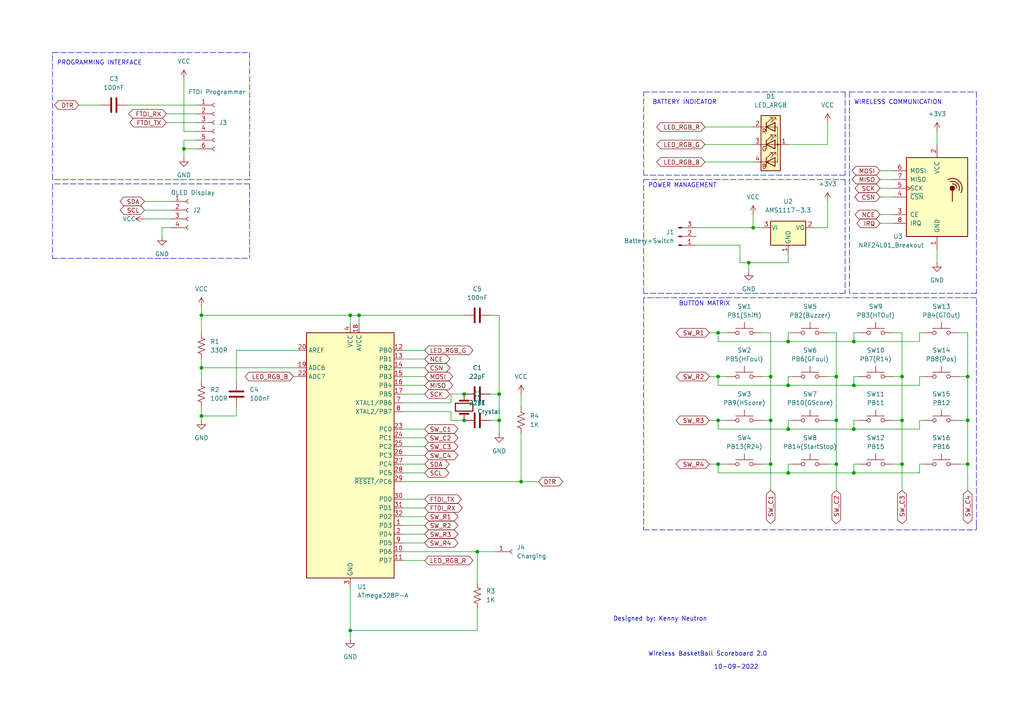
<source format=kicad_sch>
(kicad_sch (version 20211123) (generator eeschema)
  (paper "A4")
  (lib_symbols
    (symbol "Connector:Conn_01x01_Female" (pin_names (offset 1.016) hide)
      (property "Reference" "J" (at 0 2.54 0))
      (property "Value" "Conn_01x01_Female" (at 0 -2.54 0))
      (symbol "Conn_01x01_Female_1_1"
        (polyline (pts (xy -1.27 0) (xy -0.508 0)) (stroke (width 0.1524)))
        (arc (start 0 0.508) (mid -0.508 0) (end 0 -0.508) (stroke (width 0.1524)))
        (pin passive line (at -5.08 0 0) (length 3.81) (name "Pin_1") (number "1"))
      )
    )
    (symbol "Connector:Conn_01x03_Male" (pin_names (offset 1.016) hide)
      (property "Reference" "J" (at 0 5.08 0))
      (property "Value" "Conn_01x03_Male" (at 0 -5.08 0))
      (symbol "Conn_01x03_Male_1_1"
        (polyline (pts (xy 1.27 -2.54) (xy 0.8636 -2.54)) (stroke (width 0.1524)))
        (polyline (pts (xy 1.27 0) (xy 0.8636 0)) (stroke (width 0.1524)))
        (polyline (pts (xy 1.27 2.54) (xy 0.8636 2.54)) (stroke (width 0.1524)))
        (rectangle (start 0.8636 -2.413) (end 0 -2.667) (stroke (width 0.1524)) (fill (type outline)))
        (rectangle (start 0.8636 0.127) (end 0 -0.127) (stroke (width 0.1524)) (fill (type outline)))
        (rectangle (start 0.8636 2.667) (end 0 2.413) (stroke (width 0.1524)) (fill (type outline)))
        (pin passive line (at 5.08 2.54 180) (length 3.81) (name "Pin_1") (number "1"))
        (pin passive line (at 5.08 0 180) (length 3.81) (name "Pin_2") (number "2"))
        (pin passive line (at 5.08 -2.54 180) (length 3.81) (name "Pin_3") (number "3"))
      )
    )
    (symbol "Connector:Conn_01x04_Female" (pin_names (offset 1.016) hide)
      (property "Reference" "J" (at 0 5.08 0))
      (property "Value" "Conn_01x04_Female" (at 0 -7.62 0))
      (symbol "Conn_01x04_Female_1_1"
        (arc (start 0 -4.572) (mid -0.508 -5.08) (end 0 -5.588) (stroke (width 0.1524)))
        (arc (start 0 -2.032) (mid -0.508 -2.54) (end 0 -3.048) (stroke (width 0.1524)))
        (polyline (pts (xy -1.27 -5.08) (xy -0.508 -5.08)) (stroke (width 0.1524)))
        (polyline (pts (xy -1.27 -2.54) (xy -0.508 -2.54)) (stroke (width 0.1524)))
        (polyline (pts (xy -1.27 0) (xy -0.508 0)) (stroke (width 0.1524)))
        (polyline (pts (xy -1.27 2.54) (xy -0.508 2.54)) (stroke (width 0.1524)))
        (arc (start 0 0.508) (mid -0.508 0) (end 0 -0.508) (stroke (width 0.1524)))
        (arc (start 0 3.048) (mid -0.508 2.54) (end 0 2.032) (stroke (width 0.1524)))
        (pin passive line (at -5.08 2.54 0) (length 3.81) (name "Pin_1") (number "1"))
        (pin passive line (at -5.08 0 0) (length 3.81) (name "Pin_2") (number "2"))
        (pin passive line (at -5.08 -2.54 0) (length 3.81) (name "Pin_3") (number "3"))
        (pin passive line (at -5.08 -5.08 0) (length 3.81) (name "Pin_4") (number "4"))
      )
    )
    (symbol "Connector:Conn_01x06_Female" (pin_names (offset 1.016) hide)
      (property "Reference" "J" (at 0 7.62 0))
      (property "Value" "Conn_01x06_Female" (at 0 -10.16 0))
      (symbol "Conn_01x06_Female_1_1"
        (arc (start 0 -7.112) (mid -0.508 -7.62) (end 0 -8.128) (stroke (width 0.1524)))
        (arc (start 0 -4.572) (mid -0.508 -5.08) (end 0 -5.588) (stroke (width 0.1524)))
        (arc (start 0 -2.032) (mid -0.508 -2.54) (end 0 -3.048) (stroke (width 0.1524)))
        (polyline (pts (xy -1.27 -7.62) (xy -0.508 -7.62)) (stroke (width 0.1524)))
        (polyline (pts (xy -1.27 -5.08) (xy -0.508 -5.08)) (stroke (width 0.1524)))
        (polyline (pts (xy -1.27 -2.54) (xy -0.508 -2.54)) (stroke (width 0.1524)))
        (polyline (pts (xy -1.27 0) (xy -0.508 0)) (stroke (width 0.1524)))
        (polyline (pts (xy -1.27 2.54) (xy -0.508 2.54)) (stroke (width 0.1524)))
        (polyline (pts (xy -1.27 5.08) (xy -0.508 5.08)) (stroke (width 0.1524)))
        (arc (start 0 0.508) (mid -0.508 0) (end 0 -0.508) (stroke (width 0.1524)))
        (arc (start 0 3.048) (mid -0.508 2.54) (end 0 2.032) (stroke (width 0.1524)))
        (arc (start 0 5.588) (mid -0.508 5.08) (end 0 4.572) (stroke (width 0.1524)))
        (pin passive line (at -5.08 5.08 0) (length 3.81) (name "Pin_1") (number "1"))
        (pin passive line (at -5.08 2.54 0) (length 3.81) (name "Pin_2") (number "2"))
        (pin passive line (at -5.08 0 0) (length 3.81) (name "Pin_3") (number "3"))
        (pin passive line (at -5.08 -2.54 0) (length 3.81) (name "Pin_4") (number "4"))
        (pin passive line (at -5.08 -5.08 0) (length 3.81) (name "Pin_5") (number "5"))
        (pin passive line (at -5.08 -7.62 0) (length 3.81) (name "Pin_6") (number "6"))
      )
    )
    (symbol "Device:C" (pin_numbers hide) (pin_names (offset 0.254))
      (property "Reference" "C" (at 0.635 2.54 0))
      (property "Value" "C" (at 0.635 -2.54 0))
      (symbol "C_0_1"
        (polyline (pts (xy -2.032 -0.762) (xy 2.032 -0.762)) (stroke (width 0.508)))
        (polyline (pts (xy -2.032 0.762) (xy 2.032 0.762)) (stroke (width 0.508)))
      )
      (symbol "C_1_1"
        (pin passive line (at 0 3.81 270) (length 2.794) (name "~") (number "1"))
        (pin passive line (at 0 -3.81 90) (length 2.794) (name "~") (number "2"))
      )
    )
    (symbol "Device:Crystal" (pin_numbers hide) (pin_names (offset 1.016) hide)
      (property "Reference" "Y" (at 0 3.81 0))
      (property "Value" "Crystal" (at 0 -3.81 0))
      (symbol "Crystal_0_1"
        (rectangle (start -1.143 2.54) (end 1.143 -2.54) (stroke (width 0.3048)))
        (polyline (pts (xy -2.54 0) (xy -1.905 0)))
        (polyline (pts (xy -1.905 -1.27) (xy -1.905 1.27)) (stroke (width 0.508)))
        (polyline (pts (xy 1.905 -1.27) (xy 1.905 1.27)) (stroke (width 0.508)))
        (polyline (pts (xy 2.54 0) (xy 1.905 0)))
      )
      (symbol "Crystal_1_1"
        (pin passive line (at -3.81 0 0) (length 1.27) (name "1") (number "1"))
        (pin passive line (at 3.81 0 180) (length 1.27) (name "2") (number "2"))
      )
    )
    (symbol "Device:LED_ARGB" (pin_names (offset 0) hide)
      (property "Reference" "D" (at 0 9.398 0))
      (property "Value" "LED_ARGB" (at 0 -8.89 0))
      (symbol "LED_ARGB_0_0"
        (text "B" (at -1.905 -6.35 0) (effects (font (size 1.27 1.27))))
        (text "G" (at -1.905 -1.27 0) (effects (font (size 1.27 1.27))))
        (text "R" (at -1.905 3.81 0) (effects (font (size 1.27 1.27))))
      )
      (symbol "LED_ARGB_0_1"
        (polyline (pts (xy -1.27 -5.08) (xy -2.54 -5.08)))
        (polyline (pts (xy -1.27 -5.08) (xy 1.27 -5.08)))
        (polyline (pts (xy -1.27 -3.81) (xy -1.27 -6.35)) (stroke (width 0.254)))
        (polyline (pts (xy -1.27 0) (xy -2.54 0)))
        (polyline (pts (xy -1.27 1.27) (xy -1.27 -1.27)) (stroke (width 0.254)))
        (polyline (pts (xy -1.27 5.08) (xy -2.54 5.08)))
        (polyline (pts (xy -1.27 5.08) (xy 1.27 5.08)))
        (polyline (pts (xy -1.27 6.35) (xy -1.27 3.81)) (stroke (width 0.254)))
        (polyline (pts (xy 1.27 0) (xy -1.27 0)))
        (polyline (pts (xy 1.27 0) (xy 2.54 0)))
        (polyline (pts (xy -1.27 1.27) (xy -1.27 -1.27) (xy -1.27 -1.27)))
        (polyline (pts (xy -1.27 6.35) (xy -1.27 3.81) (xy -1.27 3.81)))
        (polyline (pts (xy 1.27 -5.08) (xy 2.032 -5.08) (xy 2.032 5.08) (xy 1.27 5.08)))
        (polyline (pts (xy 1.27 -3.81) (xy 1.27 -6.35) (xy -1.27 -5.08) (xy 1.27 -3.81)) (stroke (width 0.254)))
        (polyline (pts (xy 1.27 1.27) (xy 1.27 -1.27) (xy -1.27 0) (xy 1.27 1.27)) (stroke (width 0.254)))
        (polyline (pts (xy 1.27 6.35) (xy 1.27 3.81) (xy -1.27 5.08) (xy 1.27 6.35)) (stroke (width 0.254)))
        (polyline (pts (xy -1.016 -3.81) (xy 0.508 -2.286) (xy -0.254 -2.286) (xy 0.508 -2.286) (xy 0.508 -3.048)))
        (polyline (pts (xy -1.016 1.27) (xy 0.508 2.794) (xy -0.254 2.794) (xy 0.508 2.794) (xy 0.508 2.032)))
        (polyline (pts (xy -1.016 6.35) (xy 0.508 7.874) (xy -0.254 7.874) (xy 0.508 7.874) (xy 0.508 7.112)))
        (polyline (pts (xy 0 -3.81) (xy 1.524 -2.286) (xy 0.762 -2.286) (xy 1.524 -2.286) (xy 1.524 -3.048)))
        (polyline (pts (xy 0 1.27) (xy 1.524 2.794) (xy 0.762 2.794) (xy 1.524 2.794) (xy 1.524 2.032)))
        (polyline (pts (xy 0 6.35) (xy 1.524 7.874) (xy 0.762 7.874) (xy 1.524 7.874) (xy 1.524 7.112)))
        (rectangle (start 1.27 -1.27) (end 1.27 1.27))
        (rectangle (start 1.27 1.27) (end 1.27 1.27))
        (rectangle (start 1.27 3.81) (end 1.27 6.35))
        (rectangle (start 1.27 6.35) (end 1.27 6.35))
        (circle (center 2.032 0) (radius 0.254) (fill (type outline)))
        (rectangle (start 2.794 8.382) (end -2.794 -7.62) (stroke (width 0.254)) (fill (type background)))
      )
      (symbol "LED_ARGB_1_1"
        (pin passive line (at 5.08 0 180) (length 2.54) (name "A") (number "1"))
        (pin passive line (at -5.08 5.08 0) (length 2.54) (name "RK") (number "2"))
        (pin passive line (at -5.08 0 0) (length 2.54) (name "GK") (number "3"))
        (pin passive line (at -5.08 -5.08 0) (length 2.54) (name "BK") (number "4"))
      )
    )
    (symbol "Device:R_US" (pin_numbers hide) (pin_names (offset 0))
      (property "Reference" "R" (at 2.54 0 90))
      (property "Value" "R_US" (at -2.54 0 90))
      (symbol "R_US_0_1"
        (polyline (pts (xy 0 -2.286) (xy 0 -2.54)))
        (polyline (pts (xy 0 2.286) (xy 0 2.54)))
        (polyline (pts (xy 0 -0.762) (xy 1.016 -1.143) (xy 0 -1.524) (xy -1.016 -1.905) (xy 0 -2.286)))
        (polyline (pts (xy 0 0.762) (xy 1.016 0.381) (xy 0 0) (xy -1.016 -0.381) (xy 0 -0.762)))
        (polyline (pts (xy 0 2.286) (xy 1.016 1.905) (xy 0 1.524) (xy -1.016 1.143) (xy 0 0.762)))
      )
      (symbol "R_US_1_1"
        (pin passive line (at 0 3.81 270) (length 1.27) (name "~") (number "1"))
        (pin passive line (at 0 -3.81 90) (length 1.27) (name "~") (number "2"))
      )
    )
    (symbol "MCU_Microchip_ATmega:ATmega328P-A"
      (property "Reference" "U" (at -12.7 36.83 0))
      (property "Value" "ATmega328P-A" (at 2.54 -36.83 0))
      (symbol "ATmega328P-A_0_1"
        (rectangle (start -12.7 -35.56) (end 12.7 35.56) (stroke (width 0.254)) (fill (type background)))
      )
      (symbol "ATmega328P-A_1_1"
        (pin bidirectional line (at 15.24 -20.32 180) (length 2.54) (name "PD3") (number "1"))
        (pin bidirectional line (at 15.24 -27.94 180) (length 2.54) (name "PD6") (number "10"))
        (pin bidirectional line (at 15.24 -30.48 180) (length 2.54) (name "PD7") (number "11"))
        (pin bidirectional line (at 15.24 30.48 180) (length 2.54) (name "PB0") (number "12"))
        (pin bidirectional line (at 15.24 27.94 180) (length 2.54) (name "PB1") (number "13"))
        (pin bidirectional line (at 15.24 25.4 180) (length 2.54) (name "PB2") (number "14"))
        (pin bidirectional line (at 15.24 22.86 180) (length 2.54) (name "PB3") (number "15"))
        (pin bidirectional line (at 15.24 20.32 180) (length 2.54) (name "PB4") (number "16"))
        (pin bidirectional line (at 15.24 17.78 180) (length 2.54) (name "PB5") (number "17"))
        (pin power_in line (at 2.54 38.1 270) (length 2.54) (name "AVCC") (number "18"))
        (pin input line (at -15.24 25.4 0) (length 2.54) (name "ADC6") (number "19"))
        (pin bidirectional line (at 15.24 -22.86 180) (length 2.54) (name "PD4") (number "2"))
        (pin passive line (at -15.24 30.48 0) (length 2.54) (name "AREF") (number "20"))
        (pin passive line (at 0 -38.1 90) (length 2.54) hide (name "GND") (number "21"))
        (pin input line (at -15.24 22.86 0) (length 2.54) (name "ADC7") (number "22"))
        (pin bidirectional line (at 15.24 7.62 180) (length 2.54) (name "PC0") (number "23"))
        (pin bidirectional line (at 15.24 5.08 180) (length 2.54) (name "PC1") (number "24"))
        (pin bidirectional line (at 15.24 2.54 180) (length 2.54) (name "PC2") (number "25"))
        (pin bidirectional line (at 15.24 0 180) (length 2.54) (name "PC3") (number "26"))
        (pin bidirectional line (at 15.24 -2.54 180) (length 2.54) (name "PC4") (number "27"))
        (pin bidirectional line (at 15.24 -5.08 180) (length 2.54) (name "PC5") (number "28"))
        (pin bidirectional line (at 15.24 -7.62 180) (length 2.54) (name "~{RESET}/PC6") (number "29"))
        (pin power_in line (at 0 -38.1 90) (length 2.54) (name "GND") (number "3"))
        (pin bidirectional line (at 15.24 -12.7 180) (length 2.54) (name "PD0") (number "30"))
        (pin bidirectional line (at 15.24 -15.24 180) (length 2.54) (name "PD1") (number "31"))
        (pin bidirectional line (at 15.24 -17.78 180) (length 2.54) (name "PD2") (number "32"))
        (pin power_in line (at 0 38.1 270) (length 2.54) (name "VCC") (number "4"))
        (pin passive line (at 0 -38.1 90) (length 2.54) hide (name "GND") (number "5"))
        (pin passive line (at 0 38.1 270) (length 2.54) hide (name "VCC") (number "6"))
        (pin bidirectional line (at 15.24 15.24 180) (length 2.54) (name "XTAL1/PB6") (number "7"))
        (pin bidirectional line (at 15.24 12.7 180) (length 2.54) (name "XTAL2/PB7") (number "8"))
        (pin bidirectional line (at 15.24 -25.4 180) (length 2.54) (name "PD5") (number "9"))
      )
    )
    (symbol "RF:NRF24L01_Breakout" (pin_names (offset 1.016))
      (property "Reference" "U" (at -8.89 12.7 0))
      (property "Value" "NRF24L01_Breakout" (at 3.81 12.7 0))
      (symbol "NRF24L01_Breakout_0_1"
        (rectangle (start -8.89 11.43) (end 8.89 -11.43) (stroke (width 0.254)) (fill (type background)))
        (polyline (pts (xy 4.445 1.905) (xy 4.445 -1.27)) (stroke (width 0.254)))
        (circle (center 4.445 2.54) (radius 0.635) (stroke (width 0.254)) (fill (type outline)))
        (arc (start 5.715 2.54) (mid 5.3521 3.4546) (end 4.445 3.81) (stroke (width 0.254)))
        (arc (start 6.35 1.905) (mid 5.8763 3.9854) (end 3.81 4.445) (stroke (width 0.254)))
        (arc (start 6.985 1.27) (mid 6.453 4.548) (end 3.175 5.08) (stroke (width 0.254)))
      )
      (symbol "NRF24L01_Breakout_1_1"
        (pin power_in line (at 0 -15.24 90) (length 3.81) (name "GND") (number "1"))
        (pin power_in line (at 0 15.24 270) (length 3.81) (name "VCC") (number "2"))
        (pin input line (at -12.7 -5.08 0) (length 3.81) (name "CE") (number "3"))
        (pin input line (at -12.7 0 0) (length 3.81) (name "~{CSN}") (number "4"))
        (pin input clock (at -12.7 2.54 0) (length 3.81) (name "SCK") (number "5"))
        (pin input line (at -12.7 7.62 0) (length 3.81) (name "MOSI") (number "6"))
        (pin output line (at -12.7 5.08 0) (length 3.81) (name "MISO") (number "7"))
        (pin output line (at -12.7 -7.62 0) (length 3.81) (name "IRQ") (number "8"))
      )
    )
    (symbol "Regulator_Linear:AMS1117-3.3" (pin_names (offset 0.254))
      (property "Reference" "U" (at -3.81 3.175 0))
      (property "Value" "AMS1117-3.3" (at 0 3.175 0))
      (symbol "AMS1117-3.3_0_1"
        (rectangle (start -5.08 -5.08) (end 5.08 1.905) (stroke (width 0.254)) (fill (type background)))
      )
      (symbol "AMS1117-3.3_1_1"
        (pin power_in line (at 0 -7.62 90) (length 2.54) (name "GND") (number "1"))
        (pin power_out line (at 7.62 0 180) (length 2.54) (name "VO") (number "2"))
        (pin power_in line (at -7.62 0 0) (length 2.54) (name "VI") (number "3"))
      )
    )
    (symbol "Switch:SW_Push" (pin_numbers hide) (pin_names (offset 1.016) hide)
      (property "Reference" "SW" (at 1.27 2.54 0))
      (property "Value" "SW_Push" (at 0 -1.524 0))
      (symbol "SW_Push_0_1"
        (circle (center -2.032 0) (radius 0.508))
        (polyline (pts (xy 0 1.27) (xy 0 3.048)))
        (polyline (pts (xy 2.54 1.27) (xy -2.54 1.27)))
        (circle (center 2.032 0) (radius 0.508))
        (pin passive line (at -5.08 0 0) (length 2.54) (name "1") (number "1"))
        (pin passive line (at 5.08 0 180) (length 2.54) (name "2") (number "2"))
      )
    )
    (symbol "power:+3V3" (power) (pin_names (offset 0))
      (property "Value" "+3V3" (at 0 3.556 0))
      (symbol "+3V3_0_1"
        (polyline (pts (xy -0.762 1.27) (xy 0 2.54)))
        (polyline (pts (xy 0 0) (xy 0 2.54)))
        (polyline (pts (xy 0 2.54) (xy 0.762 1.27)))
      )
      (symbol "+3V3_1_1"
        (pin power_in line (at 0 0 90) (length 0) hide (name "+3V3") (number "1"))
      )
    )
    (symbol "power:GND" (power) (pin_names (offset 0))
      (property "Value" "GND" (at 0 -3.81 0))
      (symbol "GND_0_1"
        (polyline (pts (xy 0 0) (xy 0 -1.27) (xy 1.27 -1.27) (xy 0 -2.54) (xy -1.27 -1.27) (xy 0 -1.27)))
      )
      (symbol "GND_1_1"
        (pin power_in line (at 0 0 270) (length 0) hide (name "GND") (number "1"))
      )
    )
    (symbol "power:VCC" (power) (pin_names (offset 0))
      (property "Value" "VCC" (at 0 3.81 0))
      (symbol "VCC_0_1"
        (polyline (pts (xy -0.762 1.27) (xy 0 2.54)))
        (polyline (pts (xy 0 0) (xy 0 2.54)))
        (polyline (pts (xy 0 2.54) (xy 0.762 1.27)))
      )
      (symbol "VCC_1_1"
        (pin power_in line (at 0 0 90) (length 0) hide (name "VCC") (number "1"))
      )
    )
  )
  (junction (at 247.65 111.76))
  (junction (at 228.6 111.76))
  (junction (at 134.62 114.3))
  (junction (at 280.67 109.22))
  (junction (at 242.57 134.62))
  (junction (at 242.57 109.22))
  (junction (at 261.62 121.92))
  (junction (at 247.65 124.46))
  (junction (at 138.43 160.02))
  (junction (at 223.52 134.62))
  (junction (at 247.65 137.16))
  (junction (at 101.6 182.88))
  (junction (at 242.57 121.92))
  (junction (at 208.28 96.52))
  (junction (at 58.42 106.68))
  (junction (at 280.67 121.92))
  (junction (at 280.67 134.62))
  (junction (at 144.78 114.3))
  (junction (at 228.6 124.46))
  (junction (at 104.14 91.44))
  (junction (at 261.62 109.22))
  (junction (at 58.42 120.65))
  (junction (at 208.28 134.62))
  (junction (at 223.52 121.92))
  (junction (at 261.62 134.62))
  (junction (at 217.17 76.2))
  (junction (at 247.65 99.06))
  (junction (at 144.78 121.92))
  (junction (at 223.52 109.22))
  (junction (at 151.13 139.7))
  (junction (at 218.44 66.04))
  (junction (at 228.6 99.06))
  (junction (at 208.28 109.22))
  (junction (at 134.62 121.92))
  (junction (at 208.28 121.92))
  (junction (at 58.42 91.44))
  (junction (at 101.6 91.44))
  (junction (at 53.34 43.18))
  (junction (at 228.6 137.16))
  (wire (pts (xy 266.7 121.92) (xy 267.97 121.92)))
  (wire (pts (xy 248.92 96.52) (xy 247.65 96.52)))
  (wire (pts (xy 247.65 111.76) (xy 247.65 109.22)))
  (wire (pts (xy 266.7 124.46) (xy 266.7 121.92)))
  (wire (pts (xy 280.67 96.52) (xy 278.13 96.52)))
  (wire (pts (xy 208.28 109.22) (xy 210.82 109.22)))
  (wire (pts (xy 116.84 129.54) (xy 123.19 129.54)))
  (wire (pts (xy 259.08 109.22) (xy 261.62 109.22)))
  (wire (pts (xy 144.78 114.3) (xy 144.78 121.92)))
  (wire (pts (xy 116.84 111.76) (xy 123.19 111.76)))
  (wire (pts (xy 58.42 104.14) (xy 58.42 106.68)))
  (wire (pts (xy 57.15 38.1) (xy 53.34 38.1)))
  (wire (pts (xy 271.78 38.1) (xy 271.78 41.91)))
  (polyline (pts (xy 245.11 26.67) (xy 245.11 50.8)))
  (wire (pts (xy 36.83 30.48) (xy 57.15 30.48)))
  (polyline (pts (xy 15.24 15.24) (xy 72.39 15.24)))
  (wire (pts (xy 236.22 66.04) (xy 240.03 66.04)))
  (wire (pts (xy 204.47 41.91) (xy 218.44 41.91)))
  (wire (pts (xy 116.84 137.16) (xy 123.19 137.16)))
  (wire (pts (xy 278.13 109.22) (xy 280.67 109.22)))
  (wire (pts (xy 247.65 137.16) (xy 247.65 134.62)))
  (wire (pts (xy 204.47 36.83) (xy 218.44 36.83)))
  (wire (pts (xy 151.13 139.7) (xy 116.84 139.7)))
  (wire (pts (xy 247.65 96.52) (xy 247.65 99.06)))
  (wire (pts (xy 116.84 152.4) (xy 123.19 152.4)))
  (polyline (pts (xy 72.39 15.24) (xy 72.39 52.07)))
  (polyline (pts (xy 186.69 26.67) (xy 245.11 26.67)))
  (polyline (pts (xy 72.39 53.34) (xy 15.24 53.34)))
  (wire (pts (xy 104.14 91.44) (xy 104.14 93.98)))
  (wire (pts (xy 278.13 134.62) (xy 280.67 134.62)))
  (wire (pts (xy 142.24 91.44) (xy 144.78 91.44)))
  (wire (pts (xy 247.65 134.62) (xy 248.92 134.62)))
  (wire (pts (xy 53.34 40.64) (xy 53.34 43.18)))
  (wire (pts (xy 228.6 124.46) (xy 228.6 121.92)))
  (wire (pts (xy 138.43 182.88) (xy 138.43 176.53)))
  (wire (pts (xy 261.62 134.62) (xy 261.62 121.92)))
  (wire (pts (xy 22.86 30.48) (xy 29.21 30.48)))
  (wire (pts (xy 104.14 91.44) (xy 134.62 91.44)))
  (wire (pts (xy 247.65 121.92) (xy 248.92 121.92)))
  (wire (pts (xy 46.99 66.04) (xy 46.99 68.58)))
  (wire (pts (xy 116.84 160.02) (xy 138.43 160.02)))
  (wire (pts (xy 228.6 111.76) (xy 228.6 109.22)))
  (wire (pts (xy 116.84 124.46) (xy 123.19 124.46)))
  (wire (pts (xy 130.81 114.3) (xy 134.62 114.3)))
  (wire (pts (xy 58.42 106.68) (xy 58.42 110.49)))
  (wire (pts (xy 223.52 109.22) (xy 223.52 96.52)))
  (wire (pts (xy 68.58 101.6) (xy 86.36 101.6)))
  (wire (pts (xy 271.78 72.39) (xy 271.78 76.2)))
  (wire (pts (xy 116.84 149.86) (xy 123.19 149.86)))
  (polyline (pts (xy 245.11 85.09) (xy 186.69 85.09)))
  (wire (pts (xy 205.74 96.52) (xy 208.28 96.52)))
  (wire (pts (xy 214.63 71.12) (xy 214.63 76.2)))
  (wire (pts (xy 247.65 137.16) (xy 266.7 137.16)))
  (wire (pts (xy 240.03 66.04) (xy 240.03 58.42)))
  (wire (pts (xy 116.84 157.48) (xy 123.19 157.48)))
  (wire (pts (xy 247.65 111.76) (xy 266.7 111.76)))
  (wire (pts (xy 228.6 137.16) (xy 228.6 134.62)))
  (wire (pts (xy 144.78 91.44) (xy 144.78 114.3)))
  (wire (pts (xy 266.7 137.16) (xy 266.7 134.62)))
  (wire (pts (xy 101.6 170.18) (xy 101.6 182.88)))
  (wire (pts (xy 223.52 96.52) (xy 220.98 96.52)))
  (wire (pts (xy 261.62 96.52) (xy 259.08 96.52)))
  (wire (pts (xy 208.28 134.62) (xy 210.82 134.62)))
  (wire (pts (xy 116.84 109.22) (xy 123.19 109.22)))
  (wire (pts (xy 116.84 144.78) (xy 123.19 144.78)))
  (wire (pts (xy 242.57 121.92) (xy 242.57 109.22)))
  (polyline (pts (xy 186.69 50.8) (xy 186.69 26.67)))
  (wire (pts (xy 41.91 58.42) (xy 49.53 58.42)))
  (wire (pts (xy 53.34 38.1) (xy 53.34 22.86)))
  (polyline (pts (xy 283.21 152.4) (xy 283.21 153.67)))
  (wire (pts (xy 130.81 114.3) (xy 130.81 116.84)))
  (wire (pts (xy 138.43 160.02) (xy 138.43 168.91)))
  (wire (pts (xy 228.6 96.52) (xy 228.6 99.06)))
  (wire (pts (xy 266.7 96.52) (xy 267.97 96.52)))
  (wire (pts (xy 223.52 121.92) (xy 220.98 121.92)))
  (wire (pts (xy 58.42 118.11) (xy 58.42 120.65)))
  (wire (pts (xy 218.44 66.04) (xy 220.98 66.04)))
  (wire (pts (xy 261.62 121.92) (xy 261.62 109.22)))
  (wire (pts (xy 255.27 52.07) (xy 259.08 52.07)))
  (wire (pts (xy 248.92 109.22) (xy 247.65 109.22)))
  (polyline (pts (xy 246.38 26.67) (xy 246.38 85.09)))
  (wire (pts (xy 217.17 76.2) (xy 217.17 78.74)))
  (wire (pts (xy 255.27 57.15) (xy 259.08 57.15)))
  (wire (pts (xy 242.57 96.52) (xy 240.03 96.52)))
  (wire (pts (xy 266.7 99.06) (xy 266.7 96.52)))
  (wire (pts (xy 242.57 109.22) (xy 240.03 109.22)))
  (wire (pts (xy 259.08 121.92) (xy 261.62 121.92)))
  (wire (pts (xy 116.84 134.62) (xy 123.19 134.62)))
  (polyline (pts (xy 283.21 86.36) (xy 186.69 86.36)))
  (wire (pts (xy 68.58 110.49) (xy 68.58 101.6)))
  (wire (pts (xy 208.28 121.92) (xy 208.28 124.46)))
  (wire (pts (xy 130.81 116.84) (xy 116.84 116.84)))
  (wire (pts (xy 278.13 121.92) (xy 280.67 121.92)))
  (wire (pts (xy 208.28 134.62) (xy 208.28 137.16)))
  (wire (pts (xy 142.24 121.92) (xy 144.78 121.92)))
  (wire (pts (xy 49.53 66.04) (xy 46.99 66.04)))
  (wire (pts (xy 116.84 101.6) (xy 123.19 101.6)))
  (wire (pts (xy 57.15 40.64) (xy 53.34 40.64)))
  (wire (pts (xy 255.27 49.53) (xy 259.08 49.53)))
  (wire (pts (xy 242.57 142.24) (xy 242.57 134.62)))
  (wire (pts (xy 223.52 109.22) (xy 220.98 109.22)))
  (wire (pts (xy 68.58 118.11) (xy 68.58 120.65)))
  (wire (pts (xy 266.7 111.76) (xy 266.7 109.22)))
  (wire (pts (xy 205.74 109.22) (xy 208.28 109.22)))
  (polyline (pts (xy 283.21 26.67) (xy 283.21 85.09)))
  (wire (pts (xy 228.6 99.06) (xy 247.65 99.06)))
  (wire (pts (xy 242.57 109.22) (xy 242.57 96.52)))
  (wire (pts (xy 58.42 91.44) (xy 101.6 91.44)))
  (polyline (pts (xy 186.69 52.07) (xy 245.11 52.07)))
  (wire (pts (xy 266.7 134.62) (xy 267.97 134.62)))
  (wire (pts (xy 223.52 142.24) (xy 223.52 134.62)))
  (polyline (pts (xy 15.24 52.07) (xy 15.24 15.24)))
  (wire (pts (xy 116.84 162.56) (xy 123.19 162.56)))
  (wire (pts (xy 242.57 134.62) (xy 242.57 121.92)))
  (wire (pts (xy 151.13 114.3) (xy 151.13 118.11)))
  (polyline (pts (xy 72.39 52.07) (xy 15.24 52.07)))
  (wire (pts (xy 208.28 109.22) (xy 208.28 111.76)))
  (wire (pts (xy 58.42 120.65) (xy 68.58 120.65)))
  (wire (pts (xy 242.57 134.62) (xy 240.03 134.62)))
  (wire (pts (xy 214.63 76.2) (xy 217.17 76.2)))
  (wire (pts (xy 48.26 35.56) (xy 57.15 35.56)))
  (polyline (pts (xy 186.69 153.67) (xy 283.21 153.67)))
  (wire (pts (xy 247.65 124.46) (xy 266.7 124.46)))
  (wire (pts (xy 130.81 121.92) (xy 134.62 121.92)))
  (wire (pts (xy 116.84 104.14) (xy 123.19 104.14)))
  (wire (pts (xy 255.27 54.61) (xy 259.08 54.61)))
  (polyline (pts (xy 246.38 26.67) (xy 283.21 26.67)))
  (wire (pts (xy 228.6 41.91) (xy 240.03 41.91)))
  (wire (pts (xy 228.6 134.62) (xy 229.87 134.62)))
  (wire (pts (xy 58.42 106.68) (xy 86.36 106.68)))
  (wire (pts (xy 247.65 124.46) (xy 247.65 121.92)))
  (wire (pts (xy 116.84 106.68) (xy 123.19 106.68)))
  (polyline (pts (xy 15.24 74.93) (xy 72.39 74.93)))
  (wire (pts (xy 205.74 134.62) (xy 208.28 134.62)))
  (wire (pts (xy 228.6 121.92) (xy 229.87 121.92)))
  (wire (pts (xy 208.28 124.46) (xy 228.6 124.46)))
  (wire (pts (xy 261.62 142.24) (xy 261.62 134.62)))
  (wire (pts (xy 101.6 182.88) (xy 138.43 182.88)))
  (wire (pts (xy 255.27 64.77) (xy 259.08 64.77)))
  (wire (pts (xy 228.6 73.66) (xy 228.6 76.2)))
  (wire (pts (xy 208.28 96.52) (xy 210.82 96.52)))
  (wire (pts (xy 138.43 160.02) (xy 143.51 160.02)))
  (wire (pts (xy 85.09 109.22) (xy 86.36 109.22)))
  (wire (pts (xy 144.78 121.92) (xy 144.78 125.73)))
  (wire (pts (xy 228.6 76.2) (xy 217.17 76.2)))
  (polyline (pts (xy 283.21 152.4) (xy 283.21 86.36)))
  (polyline (pts (xy 186.69 86.36) (xy 186.69 153.67)))
  (wire (pts (xy 223.52 121.92) (xy 223.52 109.22)))
  (wire (pts (xy 204.47 46.99) (xy 218.44 46.99)))
  (wire (pts (xy 53.34 43.18) (xy 57.15 43.18)))
  (wire (pts (xy 201.93 66.04) (xy 218.44 66.04)))
  (wire (pts (xy 130.81 119.38) (xy 130.81 121.92)))
  (wire (pts (xy 280.67 121.92) (xy 280.67 109.22)))
  (wire (pts (xy 116.84 119.38) (xy 130.81 119.38)))
  (wire (pts (xy 240.03 41.91) (xy 240.03 35.56)))
  (polyline (pts (xy 15.24 53.34) (xy 15.24 74.93)))
  (wire (pts (xy 229.87 109.22) (xy 228.6 109.22)))
  (wire (pts (xy 228.6 124.46) (xy 247.65 124.46)))
  (wire (pts (xy 259.08 134.62) (xy 261.62 134.62)))
  (wire (pts (xy 58.42 91.44) (xy 58.42 96.52)))
  (wire (pts (xy 266.7 109.22) (xy 267.97 109.22)))
  (wire (pts (xy 229.87 96.52) (xy 228.6 96.52)))
  (wire (pts (xy 205.74 121.92) (xy 208.28 121.92)))
  (wire (pts (xy 101.6 182.88) (xy 101.6 185.42)))
  (wire (pts (xy 228.6 137.16) (xy 247.65 137.16)))
  (wire (pts (xy 48.26 33.02) (xy 57.15 33.02)))
  (wire (pts (xy 41.91 60.96) (xy 49.53 60.96)))
  (wire (pts (xy 142.24 114.3) (xy 144.78 114.3)))
  (wire (pts (xy 58.42 120.65) (xy 58.42 121.92)))
  (polyline (pts (xy 283.21 85.09) (xy 246.38 85.09)))
  (polyline (pts (xy 245.11 52.07) (xy 245.11 85.09)))
  (wire (pts (xy 116.84 114.3) (xy 123.19 114.3)))
  (wire (pts (xy 201.93 71.12) (xy 214.63 71.12)))
  (wire (pts (xy 101.6 91.44) (xy 104.14 91.44)))
  (wire (pts (xy 208.28 99.06) (xy 228.6 99.06)))
  (polyline (pts (xy 186.69 85.09) (xy 186.69 52.07)))
  (wire (pts (xy 151.13 139.7) (xy 156.21 139.7)))
  (wire (pts (xy 116.84 154.94) (xy 123.19 154.94)))
  (wire (pts (xy 208.28 137.16) (xy 228.6 137.16)))
  (polyline (pts (xy 72.39 53.34) (xy 72.39 74.93)))
  (wire (pts (xy 218.44 62.23) (xy 218.44 66.04)))
  (wire (pts (xy 208.28 121.92) (xy 210.82 121.92)))
  (wire (pts (xy 116.84 147.32) (xy 123.19 147.32)))
  (wire (pts (xy 255.27 62.23) (xy 259.08 62.23)))
  (wire (pts (xy 242.57 121.92) (xy 240.03 121.92)))
  (wire (pts (xy 223.52 134.62) (xy 220.98 134.62)))
  (wire (pts (xy 280.67 142.24) (xy 280.67 134.62)))
  (wire (pts (xy 208.28 111.76) (xy 228.6 111.76)))
  (wire (pts (xy 41.91 63.5) (xy 49.53 63.5)))
  (wire (pts (xy 247.65 99.06) (xy 266.7 99.06)))
  (wire (pts (xy 58.42 88.9) (xy 58.42 91.44)))
  (polyline (pts (xy 245.11 50.8) (xy 186.69 50.8)))
  (wire (pts (xy 101.6 93.98) (xy 101.6 91.44)))
  (wire (pts (xy 280.67 109.22) (xy 280.67 96.52)))
  (wire (pts (xy 280.67 134.62) (xy 280.67 121.92)))
  (wire (pts (xy 53.34 43.18) (xy 53.34 45.72)))
  (wire (pts (xy 151.13 125.73) (xy 151.13 139.7)))
  (wire (pts (xy 261.62 109.22) (xy 261.62 96.52)))
  (wire (pts (xy 208.28 96.52) (xy 208.28 99.06)))
  (wire (pts (xy 116.84 132.08) (xy 123.19 132.08)))
  (wire (pts (xy 228.6 111.76) (xy 247.65 111.76)))
  (wire (pts (xy 116.84 127) (xy 123.19 127)))
  (wire (pts (xy 223.52 134.62) (xy 223.52 121.92)))
  (text "WIRELESS COMMUNICATION" (at 247.65 30.48 0) (effects (font (size 1.27 1.27)) (justify left bottom)))
  (text "Wireless BasketBall Scoreboard 2.0" (at 187.96 190.5 0) (effects (font (size 1.27 1.27)) (justify left bottom)))
  (text "BATTERY INDICATOR" (at 189.23 30.48 0) (effects (font (size 1.27 1.27)) (justify left bottom)))
  (text "BUTTON MATRIX\n" (at 196.85 88.9 0) (effects (font (size 1.27 1.27)) (justify left bottom)))
  (text "Designed by: Kenny Neutron" (at 177.8 180.34 0) (effects (font (size 1.27 1.27)) (justify left bottom)))
  (text "POWER MANAGEMENT" (at 187.96 54.61 0) (effects (font (size 1.27 1.27)) (justify left bottom)))
  (text "PROGRAMMING INTERFACE" (at 16.51 19.05 0) (effects (font (size 1.27 1.27)) (justify left bottom)))
  (text "10-09-2022" (at 207.01 194.31 0) (effects (font (size 1.27 1.27)) (justify left bottom)))
  (global_label "LED_RGB_G" (shape bidirectional) (at 204.47 41.91 180) (property "Intersheet References" "${INTERSHEET_REFS}" (effects hide)))
  (global_label "SW_C2" (shape bidirectional) (at 123.19 127 0) (property "Intersheet References" "${INTERSHEET_REFS}" (effects hide)))
  (global_label "DTR" (shape bidirectional) (at 156.21 139.7 0) (property "Intersheet References" "${INTERSHEET_REFS}" (effects hide)))
  (global_label "FTDI_RX" (shape bidirectional) (at 48.26 33.02 180) (property "Intersheet References" "${INTERSHEET_REFS}" (effects hide)))
  (global_label "FTDI_TX" (shape bidirectional) (at 123.19 144.78 0) (property "Intersheet References" "${INTERSHEET_REFS}" (effects hide)))
  (global_label "MOSI" (shape bidirectional) (at 123.19 109.22 0) (property "Intersheet References" "${INTERSHEET_REFS}" (effects hide)))
  (global_label "SW_C3" (shape bidirectional) (at 123.19 129.54 0) (property "Intersheet References" "${INTERSHEET_REFS}" (effects hide)))
  (global_label "SW_C2" (shape bidirectional) (at 242.57 142.24 270) (property "Intersheet References" "${INTERSHEET_REFS}" (effects hide)))
  (global_label "SCL" (shape bidirectional) (at 41.91 60.96 180) (property "Intersheet References" "${INTERSHEET_REFS}" (effects hide)))
  (global_label "LED_RGB_B" (shape bidirectional) (at 204.47 46.99 180) (property "Intersheet References" "${INTERSHEET_REFS}" (effects hide)))
  (global_label "FTDI_TX" (shape bidirectional) (at 48.26 35.56 180) (property "Intersheet References" "${INTERSHEET_REFS}" (effects hide)))
  (global_label "LED_RGB_R" (shape bidirectional) (at 204.47 36.83 180) (property "Intersheet References" "${INTERSHEET_REFS}" (effects hide)))
  (global_label "SCK" (shape bidirectional) (at 255.27 54.61 180) (property "Intersheet References" "${INTERSHEET_REFS}" (effects hide)))
  (global_label "MISO" (shape bidirectional) (at 123.19 111.76 0) (property "Intersheet References" "${INTERSHEET_REFS}" (effects hide)))
  (global_label "NCE" (shape bidirectional) (at 123.19 104.14 0) (property "Intersheet References" "${INTERSHEET_REFS}" (effects hide)))
  (global_label "MOSI" (shape bidirectional) (at 255.27 49.53 180) (property "Intersheet References" "${INTERSHEET_REFS}" (effects hide)))
  (global_label "SW_R1" (shape bidirectional) (at 205.74 96.52 180) (property "Intersheet References" "${INTERSHEET_REFS}" (effects hide)))
  (global_label "SW_R1" (shape bidirectional) (at 123.19 149.86 0) (property "Intersheet References" "${INTERSHEET_REFS}" (effects hide)))
  (global_label "SCL" (shape bidirectional) (at 123.19 137.16 0) (property "Intersheet References" "${INTERSHEET_REFS}" (effects hide)))
  (global_label "SW_C4" (shape bidirectional) (at 123.19 132.08 0) (property "Intersheet References" "${INTERSHEET_REFS}" (effects hide)))
  (global_label "LED_RGB_G" (shape bidirectional) (at 123.19 101.6 0) (property "Intersheet References" "${INTERSHEET_REFS}" (effects hide)))
  (global_label "LED_RGB_R" (shape bidirectional) (at 123.19 162.56 0) (property "Intersheet References" "${INTERSHEET_REFS}" (effects hide)))
  (global_label "SDA" (shape bidirectional) (at 41.91 58.42 180) (property "Intersheet References" "${INTERSHEET_REFS}" (effects hide)))
  (global_label "SCK" (shape bidirectional) (at 123.19 114.3 0) (property "Intersheet References" "${INTERSHEET_REFS}" (effects hide)))
  (global_label "SW_C1" (shape bidirectional) (at 123.19 124.46 0) (property "Intersheet References" "${INTERSHEET_REFS}" (effects hide)))
  (global_label "SW_R4" (shape bidirectional) (at 205.74 134.62 180) (property "Intersheet References" "${INTERSHEET_REFS}" (effects hide)))
  (global_label "SW_R3" (shape bidirectional) (at 205.74 121.92 180) (property "Intersheet References" "${INTERSHEET_REFS}" (effects hide)))
  (global_label "SDA" (shape bidirectional) (at 123.19 134.62 0) (property "Intersheet References" "${INTERSHEET_REFS}" (effects hide)))
  (global_label "SW_C1" (shape bidirectional) (at 223.52 142.24 270) (property "Intersheet References" "${INTERSHEET_REFS}" (effects hide)))
  (global_label "SW_R2" (shape bidirectional) (at 123.19 152.4 0) (property "Intersheet References" "${INTERSHEET_REFS}" (effects hide)))
  (global_label "SW_C3" (shape bidirectional) (at 261.62 142.24 270) (property "Intersheet References" "${INTERSHEET_REFS}" (effects hide)))
  (global_label "LED_RGB_B" (shape bidirectional) (at 85.09 109.22 180) (property "Intersheet References" "${INTERSHEET_REFS}" (effects hide)))
  (global_label "SW_R2" (shape bidirectional) (at 205.74 109.22 180) (property "Intersheet References" "${INTERSHEET_REFS}" (effects hide)))
  (global_label "SW_R4" (shape bidirectional) (at 123.19 157.48 0) (property "Intersheet References" "${INTERSHEET_REFS}" (effects hide)))
  (global_label "CSN" (shape bidirectional) (at 255.27 57.15 180) (property "Intersheet References" "${INTERSHEET_REFS}" (effects hide)))
  (global_label "SW_R3" (shape bidirectional) (at 123.19 154.94 0) (property "Intersheet References" "${INTERSHEET_REFS}" (effects hide)))
  (global_label "DTR" (shape bidirectional) (at 22.86 30.48 180) (property "Intersheet References" "${INTERSHEET_REFS}" (effects hide)))
  (global_label "CSN" (shape bidirectional) (at 123.19 106.68 0) (property "Intersheet References" "${INTERSHEET_REFS}" (effects hide)))
  (global_label "IRQ" (shape bidirectional) (at 255.27 64.77 180) (property "Intersheet References" "${INTERSHEET_REFS}" (effects hide)))
  (global_label "NCE" (shape bidirectional) (at 255.27 62.23 180) (property "Intersheet References" "${INTERSHEET_REFS}" (effects hide)))
  (global_label "SW_C4" (shape bidirectional) (at 280.67 142.24 270) (property "Intersheet References" "${INTERSHEET_REFS}" (effects hide)))
  (global_label "MISO" (shape bidirectional) (at 255.27 52.07 180) (property "Intersheet References" "${INTERSHEET_REFS}" (effects hide)))
  (global_label "FTDI_RX" (shape bidirectional) (at 123.19 147.32 0) (property "Intersheet References" "${INTERSHEET_REFS}" (effects hide)))
  (symbol (lib_id "Device:LED_ARGB") (at 223.52 41.91 0) (unit 1)
    (property "Reference" "D1" (at 223.52 27.94 0))
    (property "Value" "LED_ARGB" (at 223.52 30.48 0))
    (property "Footprint" "LED_THT:LED_D5.0mm-4_RGB" (effects hide))
  )
  (symbol (lib_id "Switch:SW_Push") (at 234.95 134.62 0) (unit 1)
    (property "Reference" "SW8" (at 234.95 127 0))
    (property "Value" "PB14(StartStop)" (at 234.95 129.54 0))
    (property "Footprint" "Button_Switch_THT:SW_PUSH_6mm_H4.3mm" (effects hide))
  )
  (symbol (lib_id "Switch:SW_Push") (at 254 134.62 0) (unit 1)
    (property "Reference" "SW12" (at 254 127 0))
    (property "Value" "PB15" (at 254 129.54 0))
    (property "Footprint" "Button_Switch_THT:SW_PUSH_6mm_H4.3mm" (effects hide))
  )
  (symbol (lib_id "Regulator_Linear:AMS1117-3.3") (at 228.6 66.04 0) (unit 1)
    (property "Reference" "U2" (at 228.6 58.42 0))
    (property "Value" "AMS1117-3.3" (at 228.6 60.96 0))
    (property "Footprint" "Package_TO_SOT_SMD:SOT-223-3_TabPin2" (effects hide))
    (property "Datasheet" "http://www.advanced-monolithic.com/pdf/ds1117.pdf" (effects hide))
  )
  (symbol (lib_id "Device:R_US") (at 58.42 114.3 0) (unit 1)
    (property "Reference" "R2" (at 60.96 113.0299 0) (effects (justify left)))
    (property "Value" "100R" (at 60.96 115.5699 0) (effects (justify left)))
    (property "Footprint" "Resistor_SMD:R_1206_3216Metric_Pad1.30x1.75mm_HandSolder" (effects hide))
  )
  (symbol (lib_id "Switch:SW_Push") (at 273.05 121.92 0) (unit 1)
    (property "Reference" "SW15" (at 273.05 114.3 0))
    (property "Value" "PB12" (at 273.05 116.84 0))
    (property "Footprint" "Button_Switch_THT:SW_PUSH_6mm_H4.3mm" (effects hide))
  )
  (symbol (lib_id "RF:NRF24L01_Breakout") (at 271.78 57.15 0) (unit 1)
    (property "Reference" "U3" (at 259.08 68.58 0) (effects (justify left)))
    (property "Value" "NRF24L01_Breakout" (at 248.92 71.12 0) (effects (justify left)))
    (property "Footprint" "mysensors_radios:NRF24L01-SMD" (effects hide))
    (property "Datasheet" "http://www.nordicsemi.com/eng/content/download/2730/34105/file/nRF24L01_Product_Specification_v2_0.pdf" (effects hide))
  )
  (symbol (lib_id "Connector:Conn_01x06_Female") (at 62.23 35.56 0) (unit 1)
    (property "Reference" "J3" (at 63.5 35.5599 0) (effects (justify left)))
    (property "Value" "FTDI Programmer" (at 54.61 26.67 0) (effects (justify left)))
    (property "Footprint" "Connector_PinHeader_2.54mm:PinHeader_1x06_P2.54mm_Vertical" (effects hide))
  )
  (symbol (lib_id "Device:R_US") (at 138.43 172.72 0) (unit 1)
    (property "Reference" "R3" (at 140.97 171.4499 0) (effects (justify left)))
    (property "Value" "1K" (at 140.97 173.9899 0) (effects (justify left)))
    (property "Footprint" "Resistor_SMD:R_1206_3216Metric_Pad1.30x1.75mm_HandSolder" (effects hide))
  )
  (symbol (lib_id "Device:R_US") (at 58.42 100.33 0) (unit 1)
    (property "Reference" "R1" (at 60.96 99.0599 0) (effects (justify left)))
    (property "Value" "330R" (at 60.96 101.5999 0) (effects (justify left)))
    (property "Footprint" "Resistor_SMD:R_1206_3216Metric_Pad1.30x1.75mm_HandSolder" (effects hide))
  )
  (symbol (lib_id "power:VCC") (at 151.13 114.3 0) (unit 1)
    (property "Reference" "#PWR0113" (effects hide))
    (property "Value" "VCC" (at 151.13 109.22 0))
  )
  (symbol (lib_id "power:GND") (at 101.6 185.42 0) (unit 1)
    (property "Reference" "#PWR0102" (effects hide))
    (property "Value" "GND" (at 101.6 190.5 0))
  )
  (symbol (lib_id "power:VCC") (at 53.34 22.86 0) (unit 1)
    (property "Reference" "#PWR0112" (effects hide))
    (property "Value" "VCC" (at 53.34 17.78 0))
  )
  (symbol (lib_id "power:VCC") (at 218.44 62.23 0) (unit 1)
    (property "Reference" "#PWR0104" (effects hide))
    (property "Value" "VCC" (at 218.44 57.15 0))
  )
  (symbol (lib_id "power:VCC") (at 240.03 35.56 0) (unit 1)
    (property "Reference" "#PWR0108" (effects hide))
    (property "Value" "VCC" (at 240.03 30.48 0))
  )
  (symbol (lib_id "power:+3V3") (at 271.78 38.1 0) (unit 1)
    (property "Reference" "#PWR0106" (effects hide))
    (property "Value" "+3V3" (at 271.78 33.02 0))
  )
  (symbol (lib_id "Device:Crystal") (at 134.62 118.11 90) (unit 1)
    (property "Reference" "Y1" (at 138.43 116.8399 90) (effects (justify right)))
    (property "Value" "Crystal" (at 138.43 119.3799 90) (effects (justify right)))
    (property "Footprint" "Crystal:Crystal_HC52-6mm_Vertical" (effects hide))
  )
  (symbol (lib_id "MCU_Microchip_ATmega:ATmega328P-A") (at 101.6 132.08 0) (unit 1)
    (property "Reference" "U1" (at 103.6194 170.18 0) (effects (justify left)))
    (property "Value" "ATmega328P-A" (at 103.6194 172.72 0) (effects (justify left)))
    (property "Footprint" "Package_QFP:TQFP-32_7x7mm_P0.8mm" (effects hide))
    (property "Datasheet" "http://ww1.microchip.com/downloads/en/DeviceDoc/ATmega328_P%20AVR%20MCU%20with%20picoPower%20Technology%20Data%20Sheet%2040001984A.pdf" (effects hide))
  )
  (symbol (lib_id "power:VCC") (at 58.42 88.9 0) (unit 1)
    (property "Reference" "#PWR0110" (effects hide))
    (property "Value" "VCC" (at 58.42 83.82 0))
  )
  (symbol (lib_id "Switch:SW_Push") (at 273.05 96.52 0) (unit 1)
    (property "Reference" "SW13" (at 273.05 88.9 0))
    (property "Value" "PB4(GTOut)" (at 273.05 91.44 0))
    (property "Footprint" "Button_Switch_THT:SW_PUSH_6mm_H4.3mm" (effects hide))
  )
  (symbol (lib_id "Switch:SW_Push") (at 234.95 121.92 0) (unit 1)
    (property "Reference" "SW7" (at 234.95 114.3 0))
    (property "Value" "PB10(GScore)" (at 234.95 116.84 0))
    (property "Footprint" "Button_Switch_THT:SW_PUSH_6mm_H4.3mm" (effects hide))
  )
  (symbol (lib_id "Switch:SW_Push") (at 215.9 134.62 0) (unit 1)
    (property "Reference" "SW4" (at 215.9 127 0))
    (property "Value" "PB13(R24)" (at 215.9 129.54 0))
    (property "Footprint" "Button_Switch_THT:SW_PUSH_6mm_H4.3mm" (effects hide))
  )
  (symbol (lib_id "Device:C") (at 138.43 121.92 90) (unit 1)
    (property "Reference" "C2" (at 138.43 114.3 90))
    (property "Value" "22pF" (at 138.43 116.84 90))
    (property "Footprint" "Capacitor_SMD:C_1206_3216Metric_Pad1.33x1.80mm_HandSolder" (effects hide))
  )
  (symbol (lib_id "Switch:SW_Push") (at 273.05 109.22 0) (unit 1)
    (property "Reference" "SW14" (at 273.05 101.6 0))
    (property "Value" "PB8(Pos)" (at 273.05 104.14 0))
    (property "Footprint" "Button_Switch_THT:SW_PUSH_6mm_H4.3mm" (effects hide))
  )
  (symbol (lib_id "Switch:SW_Push") (at 234.95 96.52 0) (unit 1)
    (property "Reference" "SW5" (at 234.95 88.9 0))
    (property "Value" "PB2(Buzzer)" (at 234.95 91.44 0))
    (property "Footprint" "Button_Switch_THT:SW_PUSH_6mm_H4.3mm" (effects hide))
  )
  (symbol (lib_id "Switch:SW_Push") (at 273.05 134.62 0) (unit 1)
    (property "Reference" "SW16" (at 273.05 127 0))
    (property "Value" "PB16" (at 273.05 129.54 0))
    (property "Footprint" "Button_Switch_THT:SW_PUSH_6mm_H4.3mm" (effects hide))
  )
  (symbol (lib_id "Connector:Conn_01x03_Male") (at 196.85 68.58 0) (mirror x) (unit 1)
    (property "Reference" "J1" (at 195.58 67.3099 0) (effects (justify right)))
    (property "Value" "Battery+Switch" (at 195.58 69.8499 0) (effects (justify right)))
    (property "Footprint" "Connector_Harwin:Harwin_M20-89003xx_1x03_P2.54mm_Horizontal" (effects hide))
  )
  (symbol (lib_id "power:GND") (at 46.99 68.58 0) (unit 1)
    (property "Reference" "#PWR0115" (effects hide))
    (property "Value" "GND" (at 46.99 73.66 0))
  )
  (symbol (lib_id "Switch:SW_Push") (at 215.9 96.52 0) (unit 1)
    (property "Reference" "SW1" (at 215.9 88.9 0))
    (property "Value" "PB1(Shift)" (at 215.9 91.44 0))
    (property "Footprint" "Button_Switch_THT:SW_PUSH_6mm_H4.3mm" (effects hide))
  )
  (symbol (lib_id "Switch:SW_Push") (at 215.9 109.22 0) (unit 1)
    (property "Reference" "SW2" (at 215.9 101.6 0))
    (property "Value" "PB5(HFoul)" (at 215.9 104.14 0))
    (property "Footprint" "Button_Switch_THT:SW_PUSH_6mm_H4.3mm" (effects hide))
  )
  (symbol (lib_id "Device:C") (at 68.58 114.3 180) (unit 1)
    (property "Reference" "C4" (at 72.39 113.0299 0) (effects (justify right)))
    (property "Value" "100nF" (at 72.39 115.5699 0) (effects (justify right)))
    (property "Footprint" "Capacitor_SMD:C_1206_3216Metric_Pad1.33x1.80mm_HandSolder" (effects hide))
  )
  (symbol (lib_id "power:VCC") (at 41.91 63.5 90) (unit 1)
    (property "Reference" "#PWR0114" (effects hide))
    (property "Value" "VCC" (at 35.56 63.5 90) (effects (justify right)))
  )
  (symbol (lib_id "Switch:SW_Push") (at 234.95 109.22 0) (unit 1)
    (property "Reference" "SW6" (at 234.95 101.6 0))
    (property "Value" "PB6(GFoul)" (at 234.95 104.14 0))
    (property "Footprint" "Button_Switch_THT:SW_PUSH_6mm_H4.3mm" (effects hide))
  )
  (symbol (lib_id "power:GND") (at 144.78 125.73 0) (unit 1)
    (property "Reference" "#PWR0107" (effects hide))
    (property "Value" "GND" (at 144.78 130.81 0))
  )
  (symbol (lib_id "Switch:SW_Push") (at 254 109.22 0) (unit 1)
    (property "Reference" "SW10" (at 254 101.6 0))
    (property "Value" "PB7(R14)" (at 254 104.14 0))
    (property "Footprint" "Button_Switch_THT:SW_PUSH_6mm_H4.3mm" (effects hide))
  )
  (symbol (lib_id "Switch:SW_Push") (at 254 121.92 0) (unit 1)
    (property "Reference" "SW11" (at 254 114.3 0))
    (property "Value" "PB11" (at 254 116.84 0))
    (property "Footprint" "Button_Switch_THT:SW_PUSH_6mm_H4.3mm" (effects hide))
  )
  (symbol (lib_id "Device:C") (at 138.43 114.3 90) (unit 1)
    (property "Reference" "C1" (at 138.43 106.68 90))
    (property "Value" "22pF" (at 138.43 109.22 90))
    (property "Footprint" "Capacitor_SMD:C_1206_3216Metric_Pad1.33x1.80mm_HandSolder" (effects hide))
  )
  (symbol (lib_id "Connector:Conn_01x04_Female") (at 54.61 60.96 0) (unit 1)
    (property "Reference" "J2" (at 55.88 60.9599 0) (effects (justify left)))
    (property "Value" "OLED Display" (at 49.53 55.88 0) (effects (justify left)))
    (property "Footprint" "Connector_Harwin:Harwin_M20-89004xx_1x04_P2.54mm_Horizontal" (effects hide))
  )
  (symbol (lib_id "power:GND") (at 217.17 78.74 0) (unit 1)
    (property "Reference" "#PWR0101" (effects hide))
    (property "Value" "GND" (at 217.17 83.82 0))
  )
  (symbol (lib_id "Device:C") (at 138.43 91.44 90) (unit 1)
    (property "Reference" "C5" (at 138.43 83.82 90))
    (property "Value" "100nF" (at 138.43 86.36 90))
    (property "Footprint" "Capacitor_SMD:C_1206_3216Metric_Pad1.33x1.80mm_HandSolder" (effects hide))
  )
  (symbol (lib_id "Connector:Conn_01x01_Female") (at 148.59 160.02 0) (unit 1)
    (property "Reference" "J4" (at 149.86 158.7499 0) (effects (justify left)))
    (property "Value" "Charging" (at 149.86 161.2899 0) (effects (justify left)))
  )
  (symbol (lib_id "power:GND") (at 271.78 76.2 0) (unit 1)
    (property "Reference" "#PWR0105" (effects hide))
    (property "Value" "GND" (at 271.78 81.28 0))
  )
  (symbol (lib_id "Device:R_US") (at 151.13 121.92 0) (unit 1)
    (property "Reference" "R4" (at 153.67 120.6499 0) (effects (justify left)))
    (property "Value" "1K" (at 153.67 123.1899 0) (effects (justify left)))
    (property "Footprint" "Resistor_SMD:R_1206_3216Metric_Pad1.30x1.75mm_HandSolder" (effects hide))
  )
  (symbol (lib_id "power:GND") (at 53.34 45.72 0) (unit 1)
    (property "Reference" "#PWR0111" (effects hide))
    (property "Value" "GND" (at 53.34 50.8 0))
  )
  (symbol (lib_id "power:+3V3") (at 240.03 58.42 0) (unit 1)
    (property "Reference" "#PWR0103" (effects hide))
    (property "Value" "+3V3" (at 240.03 53.34 0))
  )
  (symbol (lib_id "Switch:SW_Push") (at 254 96.52 0) (unit 1)
    (property "Reference" "SW9" (at 254 88.9 0))
    (property "Value" "PB3(HTOut)" (at 254 91.44 0))
    (property "Footprint" "Button_Switch_THT:SW_PUSH_6mm_H4.3mm" (effects hide))
  )
  (symbol (lib_id "Device:C") (at 33.02 30.48 90) (unit 1)
    (property "Reference" "C3" (at 33.02 22.86 90))
    (property "Value" "100nF" (at 33.02 25.4 90))
    (property "Footprint" "Capacitor_SMD:C_1206_3216Metric_Pad1.33x1.80mm_HandSolder" (effects hide))
  )
  (symbol (lib_id "power:GND") (at 58.42 121.92 0) (unit 1)
    (property "Reference" "#PWR0109" (effects hide))
    (property "Value" "GND" (at 58.42 127 0))
  )
  (symbol (lib_id "Switch:SW_Push") (at 215.9 121.92 0) (unit 1)
    (property "Reference" "SW3" (at 215.9 114.3 0))
    (property "Value" "PB9(HScore)" (at 215.9 116.84 0))
    (property "Footprint" "Button_Switch_THT:SW_PUSH_6mm_H4.3mm" (effects hide))
  )
)
</source>
